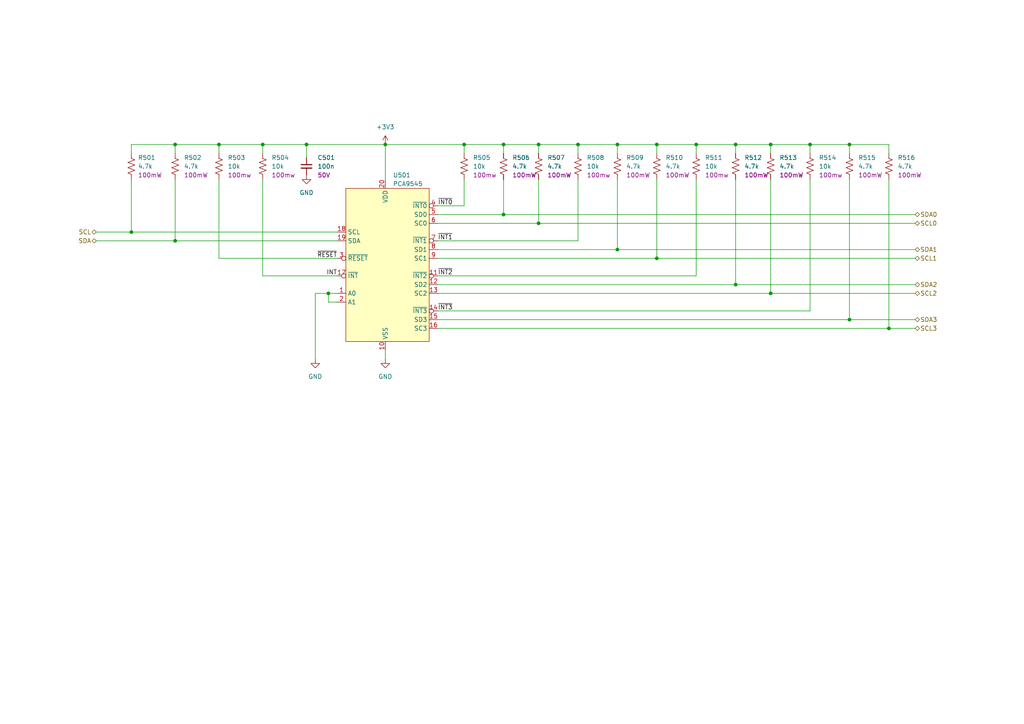
<source format=kicad_sch>
(kicad_sch (version 20230121) (generator eeschema)
  (paper "A4")
  (lib_symbols
    (symbol "Device:C_Small" (pin_numbers hide) (pin_names (offset 0.254) hide)
      (property "Reference" "C" (at 0.254 1.778 0))
      (property "Value" "C_Small" (at 0.254 -2.032 0))
      (symbol "C_Small_0_1"
        (polyline (pts (xy -1.524 -0.508) (xy 1.524 -0.508)) (stroke (width 0.3302)))
        (polyline (pts (xy -1.524 0.508) (xy 1.524 0.508)) (stroke (width 0.3048)))
      )
      (symbol "C_Small_1_1"
        (pin passive line (at 0 2.54 270) (length 2.032) (name "~") (number "1"))
        (pin passive line (at 0 -2.54 90) (length 2.032) (name "~") (number "2"))
      )
    )
    (symbol "Device:R_US" (pin_numbers hide) (pin_names (offset 0))
      (property "Reference" "R" (at 2.54 0 90))
      (property "Value" "R_US" (at -2.54 0 90))
      (symbol "R_US_0_1"
        (polyline (pts (xy 0 -2.286) (xy 0 -2.54)))
        (polyline (pts (xy 0 2.286) (xy 0 2.54)))
        (polyline (pts (xy 0 -0.762) (xy 1.016 -1.143) (xy 0 -1.524) (xy -1.016 -1.905) (xy 0 -2.286)))
        (polyline (pts (xy 0 0.762) (xy 1.016 0.381) (xy 0 0) (xy -1.016 -0.381) (xy 0 -0.762)))
        (polyline (pts (xy 0 2.286) (xy 1.016 1.905) (xy 0 1.524) (xy -1.016 1.143) (xy 0 0.762)))
      )
      (symbol "R_US_1_1"
        (pin passive line (at 0 3.81 270) (length 1.27) (name "~") (number "1"))
        (pin passive line (at 0 -3.81 90) (length 1.27) (name "~") (number "2"))
      )
    )
    (symbol "Droid:PCA9545"
      (property "Reference" "U" (at 2.54 26.67 0))
      (property "Value" "PCA9545" (at 2.54 24.13 0))
      (symbol "PCA9545_0_0"
        (pin input line (at -13.97 -7.62 0) (length 2.54) (name "A0") (number "1"))
        (pin power_in line (at 0 -24.13 90) (length 2.54) (name "VSS") (number "10"))
        (pin input inverted (at 15.24 -2.54 180) (length 2.54) (name "~{INT2}") (number "11"))
        (pin bidirectional line (at 15.24 -5.08 180) (length 2.54) (name "SD2") (number "12"))
        (pin bidirectional line (at 15.24 -7.62 180) (length 2.54) (name "SC2") (number "13"))
        (pin input inverted (at 15.24 -12.7 180) (length 2.54) (name "~{INT3}") (number "14"))
        (pin bidirectional line (at 15.24 -15.24 180) (length 2.54) (name "SD3") (number "15"))
        (pin bidirectional line (at 15.24 -17.78 180) (length 2.54) (name "SC3") (number "16"))
        (pin output inverted (at -13.97 -2.54 0) (length 2.54) (name "~{INT}") (number "17"))
        (pin bidirectional line (at -13.97 10.16 0) (length 2.54) (name "SCL") (number "18"))
        (pin bidirectional line (at -13.97 7.62 0) (length 2.54) (name "SDA") (number "19"))
        (pin input line (at -13.97 -10.16 0) (length 2.54) (name "A1") (number "2"))
        (pin power_in line (at 0 25.4 270) (length 2.54) (name "VDD") (number "20"))
        (pin input inverted (at -13.97 2.54 0) (length 2.54) (name "~{RESET}") (number "3"))
        (pin input inverted (at 15.24 17.78 180) (length 2.54) (name "~{INT0}") (number "4"))
        (pin bidirectional line (at 15.24 15.24 180) (length 2.54) (name "SD0") (number "5"))
        (pin bidirectional line (at 15.24 12.7 180) (length 2.54) (name "SC0") (number "6"))
        (pin input inverted (at 15.24 7.62 180) (length 2.54) (name "~{INT1}") (number "7"))
        (pin bidirectional line (at 15.24 5.08 180) (length 2.54) (name "SD1") (number "8"))
        (pin bidirectional line (at 15.24 2.54 180) (length 2.54) (name "SC1") (number "9"))
      )
      (symbol "PCA9545_0_1"
        (rectangle (start -11.43 22.86) (end 12.7 -21.59) (fill (type background)))
      )
    )
    (symbol "power:+3V3" (power) (pin_names (offset 0))
      (property "Value" "+3V3" (at 0 3.556 0))
      (symbol "+3V3_0_1"
        (polyline (pts (xy -0.762 1.27) (xy 0 2.54)))
        (polyline (pts (xy 0 0) (xy 0 2.54)))
        (polyline (pts (xy 0 2.54) (xy 0.762 1.27)))
      )
      (symbol "+3V3_1_1"
        (pin power_in line (at 0 0 90) (length 0) hide (name "+3V3") (number "1"))
      )
    )
    (symbol "power:GND" (power) (pin_names (offset 0))
      (property "Value" "GND" (at 0 -3.81 0))
      (symbol "GND_0_1"
        (polyline (pts (xy 0 0) (xy 0 -1.27) (xy 1.27 -1.27) (xy 0 -2.54) (xy -1.27 -1.27) (xy 0 -1.27)))
      )
      (symbol "GND_1_1"
        (pin power_in line (at 0 0 270) (length 0) hide (name "GND") (number "1"))
      )
    )
  )
  (junction (at 50.8 41.91))
  (junction (at 95.25 85.09))
  (junction (at 190.5 41.91))
  (junction (at 63.5 41.91))
  (junction (at 134.62 41.91))
  (junction (at 167.64 41.91))
  (junction (at 246.38 92.71))
  (junction (at 156.21 41.91))
  (junction (at 234.95 41.91))
  (junction (at 223.52 85.09))
  (junction (at 257.81 95.25))
  (junction (at 146.05 41.91))
  (junction (at 213.36 82.55))
  (junction (at 179.07 41.91))
  (junction (at 179.07 72.39))
  (junction (at 156.21 64.77))
  (junction (at 246.38 41.91))
  (junction (at 76.2 41.91))
  (junction (at 88.9 41.91))
  (junction (at 38.1 67.31))
  (junction (at 50.8 69.85))
  (junction (at 213.36 41.91))
  (junction (at 223.52 41.91))
  (junction (at 190.5 74.93))
  (junction (at 201.93 41.91))
  (junction (at 111.76 41.91))
  (junction (at 146.05 62.23))
  (wire (pts (xy 146.05 41.91) (xy 156.21 41.91)))
  (wire (pts (xy 50.8 41.91) (xy 63.5 41.91)))
  (wire (pts (xy 201.93 44.45) (xy 201.93 41.91)))
  (wire (pts (xy 127 64.77) (xy 156.21 64.77)))
  (wire (pts (xy 111.76 101.6) (xy 111.76 104.14)))
  (wire (pts (xy 201.93 41.91) (xy 213.36 41.91)))
  (wire (pts (xy 50.8 44.45) (xy 50.8 41.91)))
  (wire (pts (xy 223.52 41.91) (xy 234.95 41.91)))
  (wire (pts (xy 134.62 41.91) (xy 146.05 41.91)))
  (wire (pts (xy 234.95 52.07) (xy 234.95 90.17)))
  (wire (pts (xy 257.81 44.45) (xy 257.81 41.91)))
  (wire (pts (xy 50.8 69.85) (xy 97.79 69.85)))
  (wire (pts (xy 127 74.93) (xy 190.5 74.93)))
  (wire (pts (xy 246.38 92.71) (xy 265.43 92.71)))
  (wire (pts (xy 213.36 41.91) (xy 223.52 41.91)))
  (wire (pts (xy 127 62.23) (xy 146.05 62.23)))
  (wire (pts (xy 234.95 41.91) (xy 246.38 41.91)))
  (wire (pts (xy 134.62 44.45) (xy 134.62 41.91)))
  (wire (pts (xy 38.1 52.07) (xy 38.1 67.31)))
  (wire (pts (xy 127 72.39) (xy 179.07 72.39)))
  (wire (pts (xy 146.05 44.45) (xy 146.05 41.91)))
  (wire (pts (xy 111.76 41.91) (xy 111.76 52.07)))
  (wire (pts (xy 213.36 52.07) (xy 213.36 82.55)))
  (wire (pts (xy 95.25 85.09) (xy 97.79 85.09)))
  (wire (pts (xy 201.93 80.01) (xy 127 80.01)))
  (wire (pts (xy 246.38 41.91) (xy 257.81 41.91)))
  (wire (pts (xy 127 82.55) (xy 213.36 82.55)))
  (wire (pts (xy 76.2 41.91) (xy 88.9 41.91)))
  (wire (pts (xy 27.94 67.31) (xy 38.1 67.31)))
  (wire (pts (xy 50.8 52.07) (xy 50.8 69.85)))
  (wire (pts (xy 156.21 52.07) (xy 156.21 64.77)))
  (wire (pts (xy 91.44 104.14) (xy 91.44 85.09)))
  (wire (pts (xy 167.64 69.85) (xy 127 69.85)))
  (wire (pts (xy 234.95 44.45) (xy 234.95 41.91)))
  (wire (pts (xy 234.95 90.17) (xy 127 90.17)))
  (wire (pts (xy 223.52 52.07) (xy 223.52 85.09)))
  (wire (pts (xy 190.5 41.91) (xy 179.07 41.91)))
  (wire (pts (xy 246.38 52.07) (xy 246.38 92.71)))
  (wire (pts (xy 213.36 82.55) (xy 265.43 82.55)))
  (wire (pts (xy 97.79 87.63) (xy 95.25 87.63)))
  (wire (pts (xy 223.52 85.09) (xy 265.43 85.09)))
  (wire (pts (xy 63.5 41.91) (xy 76.2 41.91)))
  (wire (pts (xy 190.5 52.07) (xy 190.5 74.93)))
  (wire (pts (xy 246.38 44.45) (xy 246.38 41.91)))
  (wire (pts (xy 97.79 80.01) (xy 76.2 80.01)))
  (wire (pts (xy 156.21 44.45) (xy 156.21 41.91)))
  (wire (pts (xy 127 85.09) (xy 223.52 85.09)))
  (wire (pts (xy 167.64 44.45) (xy 167.64 41.91)))
  (wire (pts (xy 127 95.25) (xy 257.81 95.25)))
  (wire (pts (xy 63.5 44.45) (xy 63.5 41.91)))
  (wire (pts (xy 134.62 41.91) (xy 111.76 41.91)))
  (wire (pts (xy 27.94 69.85) (xy 50.8 69.85)))
  (wire (pts (xy 97.79 74.93) (xy 63.5 74.93)))
  (wire (pts (xy 38.1 67.31) (xy 97.79 67.31)))
  (wire (pts (xy 201.93 52.07) (xy 201.93 80.01)))
  (wire (pts (xy 179.07 72.39) (xy 265.43 72.39)))
  (wire (pts (xy 76.2 80.01) (xy 76.2 52.07)))
  (wire (pts (xy 146.05 62.23) (xy 265.43 62.23)))
  (wire (pts (xy 38.1 44.45) (xy 38.1 41.91)))
  (wire (pts (xy 257.81 52.07) (xy 257.81 95.25)))
  (wire (pts (xy 190.5 44.45) (xy 190.5 41.91)))
  (wire (pts (xy 63.5 74.93) (xy 63.5 52.07)))
  (wire (pts (xy 95.25 87.63) (xy 95.25 85.09)))
  (wire (pts (xy 38.1 41.91) (xy 50.8 41.91)))
  (wire (pts (xy 76.2 44.45) (xy 76.2 41.91)))
  (wire (pts (xy 156.21 64.77) (xy 265.43 64.77)))
  (wire (pts (xy 88.9 41.91) (xy 111.76 41.91)))
  (wire (pts (xy 167.64 41.91) (xy 179.07 41.91)))
  (wire (pts (xy 88.9 45.72) (xy 88.9 41.91)))
  (wire (pts (xy 257.81 95.25) (xy 265.43 95.25)))
  (wire (pts (xy 134.62 52.07) (xy 134.62 59.69)))
  (wire (pts (xy 127 92.71) (xy 246.38 92.71)))
  (wire (pts (xy 91.44 85.09) (xy 95.25 85.09)))
  (wire (pts (xy 223.52 44.45) (xy 223.52 41.91)))
  (wire (pts (xy 201.93 41.91) (xy 190.5 41.91)))
  (wire (pts (xy 179.07 52.07) (xy 179.07 72.39)))
  (wire (pts (xy 146.05 52.07) (xy 146.05 62.23)))
  (wire (pts (xy 190.5 74.93) (xy 265.43 74.93)))
  (wire (pts (xy 179.07 44.45) (xy 179.07 41.91)))
  (wire (pts (xy 156.21 41.91) (xy 167.64 41.91)))
  (wire (pts (xy 134.62 59.69) (xy 127 59.69)))
  (wire (pts (xy 213.36 44.45) (xy 213.36 41.91)))
  (wire (pts (xy 167.64 52.07) (xy 167.64 69.85)))
  (label "INT" (at 97.79 80.01 180))
  (label "~{INT2}" (at 127 80.01 0))
  (label "~{INT0}" (at 127 59.69 0))
  (label "~{INT3}" (at 127 90.17 0))
  (label "~{RESET}" (at 97.79 74.93 180) (effects (font (size 1.24 1.24))))
  (label "~{INT1}" (at 127 69.85 0))
  (hierarchical_label "SDA2" (shape bidirectional) (at 265.43 82.55 0))
  (hierarchical_label "SCL" (shape bidirectional) (at 27.94 67.31 180))
  (hierarchical_label "SDA1" (shape bidirectional) (at 265.43 72.39 0))
  (hierarchical_label "SCL1" (shape bidirectional) (at 265.43 74.93 0))
  (hierarchical_label "SDA" (shape bidirectional) (at 27.94 69.85 180))
  (hierarchical_label "SDA0" (shape bidirectional) (at 265.43 62.23 0))
  (hierarchical_label "SCL0" (shape bidirectional) (at 265.43 64.77 0))
  (hierarchical_label "SCL2" (shape bidirectional) (at 265.43 85.09 0))
  (hierarchical_label "SDA3" (shape bidirectional) (at 265.43 92.71 0))
  (hierarchical_label "SCL3" (shape bidirectional) (at 265.43 95.25 0))
  (symbol (lib_id "Device:C_Small") (at 88.9 48.26 0) (unit 1)
    (property "Reference" "C501" (at 92.075 45.7262 0) (effects (justify left)))
    (property "Value" "100n" (at 92.075 48.2662 0) (effects (justify left)))
    (property "Footprint" "Droid:C_0603_HandSolder" (effects hide))
    (property "Rating" "50V" (at 92.075 50.8062 0) (effects (justify left)))
    (property "mpn" "CL10B104KB8NNNC" (effects hide))
  )
  (symbol (lib_id "Device:R_US") (at 213.36 48.26 0) (unit 1)
    (property "Reference" "R512" (at 215.9 45.72 0) (effects (justify left)))
    (property "Value" "4.7k" (at 215.9 48.26 0) (effects (justify left)))
    (property "Footprint" "Droid:R_0603_HandSolder" (effects hide))
    (property "Rating" "100mW" (at 215.9 50.8 0) (effects (justify left)))
    (property "mpn" "RC0603FR-074K7L" (effects hide))
  )
  (symbol (lib_id "power:+3V3") (at 111.76 41.91 0) (unit 1)
    (property "Reference" "#PWR0503" (effects hide))
    (property "Value" "+3V3" (at 111.76 36.83 0))
  )
  (symbol (lib_id "Device:R_US") (at 167.64 48.26 0) (unit 1)
    (property "Reference" "R508" (at 170.18 45.7199 0) (effects (justify left)))
    (property "Value" "10k" (at 170.18 48.2599 0) (effects (justify left)))
    (property "Footprint" "Droid:R_0603_HandSolder" (effects hide))
    (property "Rating" "100mw" (at 170.18 50.7999 0) (effects (justify left)))
    (property "mpn" "RMCF0603FT10K0" (effects hide))
  )
  (symbol (lib_id "power:GND") (at 88.9 50.8 0) (unit 1)
    (property "Reference" "#PWR0501" (effects hide))
    (property "Value" "GND" (at 88.9 55.88 0))
  )
  (symbol (lib_id "Device:R_US") (at 234.95 48.26 0) (unit 1)
    (property "Reference" "R514" (at 237.49 45.7199 0) (effects (justify left)))
    (property "Value" "10k" (at 237.49 48.2599 0) (effects (justify left)))
    (property "Footprint" "Droid:R_0603_HandSolder" (effects hide))
    (property "Rating" "100mw" (at 237.49 50.7999 0) (effects (justify left)))
    (property "mpn" "RMCF0603FT10K0" (effects hide))
  )
  (symbol (lib_id "power:GND") (at 111.76 104.14 0) (unit 1)
    (property "Reference" "#PWR0504" (effects hide))
    (property "Value" "GND" (at 111.76 109.22 0))
  )
  (symbol (lib_id "Device:R_US") (at 134.62 48.26 0) (unit 1)
    (property "Reference" "R505" (at 137.16 45.7199 0) (effects (justify left)))
    (property "Value" "10k" (at 137.16 48.2599 0) (effects (justify left)))
    (property "Footprint" "Droid:R_0603_HandSolder" (effects hide))
    (property "Rating" "100mw" (at 137.16 50.7999 0) (effects (justify left)))
    (property "mpn" "RMCF0603FT10K0" (effects hide))
  )
  (symbol (lib_id "Device:R_US") (at 38.1 48.26 0) (unit 1)
    (property "Reference" "R501" (at 40.005 45.7199 0) (effects (justify left)))
    (property "Value" "4.7k" (at 40.005 48.2599 0) (effects (justify left)))
    (property "Footprint" "Droid:R_0603_HandSolder" (effects hide))
    (property "mpn" "RC0603FR-074K7L" (effects hide))
    (property "Rating" "100mW" (at 40.005 50.7999 0) (effects (justify left)))
  )
  (symbol (lib_id "power:GND") (at 91.44 104.14 0) (unit 1)
    (property "Reference" "#PWR0502" (effects hide))
    (property "Value" "GND" (at 91.44 109.22 0))
  )
  (symbol (lib_id "Device:R_US") (at 50.8 48.26 0) (unit 1)
    (property "Reference" "R502" (at 53.34 45.7199 0) (effects (justify left)))
    (property "Value" "4.7k" (at 53.34 48.2599 0) (effects (justify left)))
    (property "Footprint" "Droid:R_0603_HandSolder" (effects hide))
    (property "Rating" "100mW" (at 53.34 50.7999 0) (effects (justify left)))
    (property "mpn" "RC0603FR-074K7L" (effects hide))
  )
  (symbol (lib_id "Device:R_US") (at 257.81 48.26 0) (unit 1)
    (property "Reference" "R516" (at 260.35 45.72 0) (effects (justify left)))
    (property "Value" "4.7k" (at 260.35 48.26 0) (effects (justify left)))
    (property "Footprint" "Droid:R_0603_HandSolder" (effects hide))
    (property "Rating" "100mW" (at 260.35 50.8 0) (effects (justify left)))
    (property "mpn" "RC0603FR-074K7L" (effects hide))
  )
  (symbol (lib_id "Device:R_US") (at 76.2 48.26 0) (unit 1)
    (property "Reference" "R504" (at 78.74 45.7199 0) (effects (justify left)))
    (property "Value" "10k" (at 78.74 48.2599 0) (effects (justify left)))
    (property "Footprint" "Droid:R_0603_HandSolder" (effects hide))
    (property "Rating" "100mw" (at 78.74 50.7999 0) (effects (justify left)))
    (property "mpn" "RMCF0603FT10K0" (effects hide))
  )
  (symbol (lib_id "Device:R_US") (at 201.93 48.26 0) (unit 1)
    (property "Reference" "R511" (at 204.47 45.7199 0) (effects (justify left)))
    (property "Value" "10k" (at 204.47 48.2599 0) (effects (justify left)))
    (property "Footprint" "Droid:R_0603_HandSolder" (effects hide))
    (property "Rating" "100mw" (at 204.47 50.7999 0) (effects (justify left)))
    (property "mpn" "RMCF0603FT10K0" (effects hide))
  )
  (symbol (lib_id "Device:R_US") (at 63.5 48.26 0) (unit 1)
    (property "Reference" "R503" (at 66.04 45.7199 0) (effects (justify left)))
    (property "Value" "10k" (at 66.04 48.2599 0) (effects (justify left)))
    (property "Footprint" "Droid:R_0603_HandSolder" (effects hide))
    (property "Rating" "100mw" (at 66.04 50.7999 0) (effects (justify left)))
    (property "mpn" "RMCF0603FT10K0" (effects hide))
  )
  (symbol (lib_id "Droid:PCA9545") (at 111.76 77.47 0) (unit 1)
    (property "Reference" "U501" (at 113.9541 50.8 0) (effects (justify left)))
    (property "Value" "PCA9545" (at 113.9541 53.34 0) (effects (justify left)))
    (property "Footprint" "Package_SO:TSSOP-20_4.4x6.5mm_P0.65mm" (effects hide))
    (property "Datasheet" "https://www.nxp.com/docs/en/data-sheet/PCA9545A_45B_45C.pdf" (effects hide))
    (property "mpn" "PCA9545APW,118" (effects hide))
  )
  (symbol (lib_id "Device:R_US") (at 246.38 48.26 0) (unit 1)
    (property "Reference" "R515" (at 248.92 45.72 0) (effects (justify left)))
    (property "Value" "4.7k" (at 248.92 48.26 0) (effects (justify left)))
    (property "Footprint" "Droid:R_0603_HandSolder" (effects hide))
    (property "Rating" "100mW" (at 248.92 50.8 0) (effects (justify left)))
    (property "mpn" "RC0603FR-074K7L" (effects hide))
  )
  (symbol (lib_id "Device:R_US") (at 146.05 48.26 0) (unit 1)
    (property "Reference" "R506" (at 148.59 45.72 0) (effects (justify left)))
    (property "Value" "4.7k" (at 148.59 48.26 0) (effects (justify left)))
    (property "Footprint" "Droid:R_0603_HandSolder" (effects hide))
    (property "Rating" "100mW" (at 148.59 50.8 0) (effects (justify left)))
    (property "mpn" "RC0603FR-074K7L" (effects hide))
  )
  (symbol (lib_id "Device:R_US") (at 223.52 48.26 0) (unit 1)
    (property "Reference" "R513" (at 226.06 45.72 0) (effects (justify left)))
    (property "Value" "4.7k" (at 226.06 48.26 0) (effects (justify left)))
    (property "Footprint" "Droid:R_0603_HandSolder" (effects hide))
    (property "Rating" "100mW" (at 226.06 50.8 0) (effects (justify left)))
    (property "mpn" "RC0603FR-074K7L" (effects hide))
  )
  (symbol (lib_id "Device:R_US") (at 179.07 48.26 0) (unit 1)
    (property "Reference" "R509" (at 181.61 45.72 0) (effects (justify left)))
    (property "Value" "4.7k" (at 181.61 48.26 0) (effects (justify left)))
    (property "Footprint" "Droid:R_0603_HandSolder" (effects hide))
    (property "Rating" "100mW" (at 181.61 50.8 0) (effects (justify left)))
    (property "mpn" "RC0603FR-074K7L" (effects hide))
  )
  (symbol (lib_id "Device:R_US") (at 190.5 48.26 0) (unit 1)
    (property "Reference" "R510" (at 193.04 45.72 0) (effects (justify left)))
    (property "Value" "4.7k" (at 193.04 48.26 0) (effects (justify left)))
    (property "Footprint" "Droid:R_0603_HandSolder" (effects hide))
    (property "Rating" "100mW" (at 193.04 50.8 0) (effects (justify left)))
    (property "mpn" "RC0603FR-074K7L" (effects hide))
  )
  (symbol (lib_id "Device:R_US") (at 156.21 48.26 0) (unit 1)
    (property "Reference" "R507" (at 158.75 45.72 0) (effects (justify left)))
    (property "Value" "4.7k" (at 158.75 48.26 0) (effects (justify left)))
    (property "Footprint" "Droid:R_0603_HandSolder" (effects hide))
    (property "Rating" "100mW" (at 158.75 50.8 0) (effects (justify left)))
    (property "mpn" "RC0603FR-074K7L" (effects hide))
  )
)
</source>
